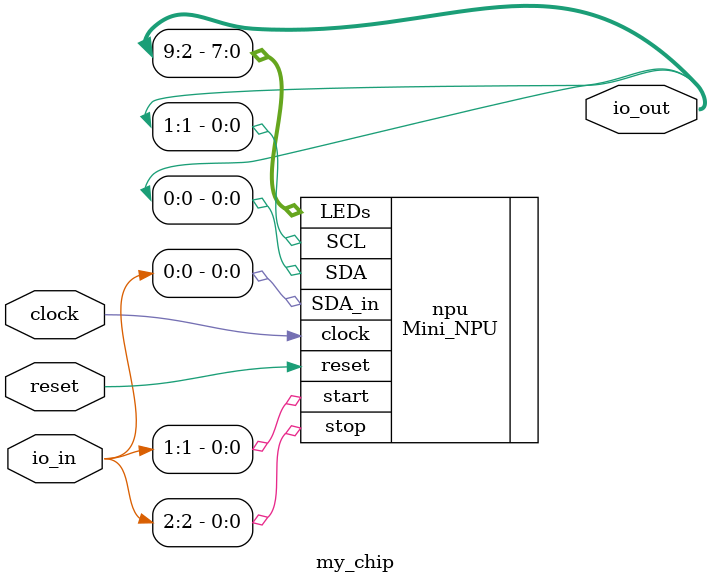
<source format=sv>
`default_nettype none

/* Top Module for chip design */
module my_chip (
    input logic [11:0] io_in, // Inputs to your chip
    output logic [11:0] io_out, // Outputs from your chip
    input logic clock,
    input logic reset // Important: Reset is ACTIVE-HIGH
);
    
    Mini_NPU npu(.clock(clock), .reset(reset),
                 .start(io_in[1]), .stop(io_in[2]),
                 .SDA_in(io_in[0]), .SDA(io_out[0]), .SCL(io_out[1]),
                 .LEDs(io_out[2:9]));

endmodule

</source>
